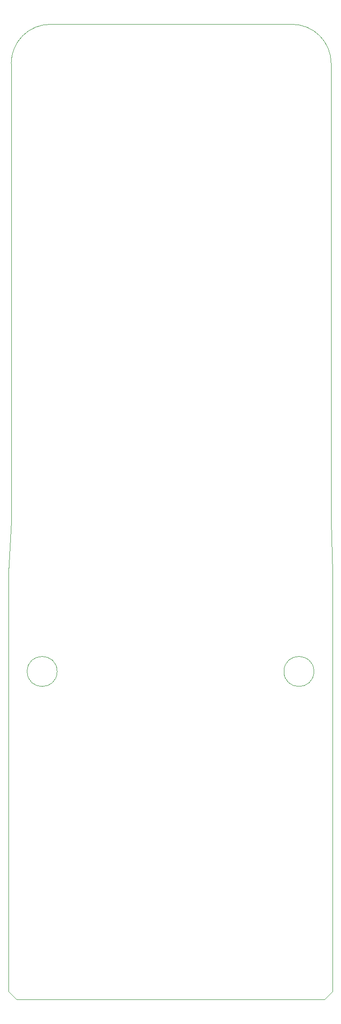
<source format=gm1>
G04 #@! TF.GenerationSoftware,KiCad,Pcbnew,(6.0.4)*
G04 #@! TF.CreationDate,2022-12-31T00:19:43-05:00*
G04 #@! TF.ProjectId,intellivision t-card replic,696e7465-6c6c-4697-9669-73696f6e2074,rev?*
G04 #@! TF.SameCoordinates,Original*
G04 #@! TF.FileFunction,Profile,NP*
%FSLAX46Y46*%
G04 Gerber Fmt 4.6, Leading zero omitted, Abs format (unit mm)*
G04 Created by KiCad (PCBNEW (6.0.4)) date 2022-12-31 00:19:43*
%MOMM*%
%LPD*%
G01*
G04 APERTURE LIST*
G04 #@! TA.AperFunction,Profile*
%ADD10C,0.100000*%
G04 #@! TD*
G04 #@! TA.AperFunction,Profile*
%ADD11C,0.120000*%
G04 #@! TD*
G04 APERTURE END LIST*
D10*
X89394141Y-106820859D02*
X89394141Y-24765000D01*
X147091400Y-115856200D02*
X146825859Y-106820859D01*
X97636960Y-133670000D02*
G75*
G03*
X97636960Y-133670000I-2688300J0D01*
G01*
X96379141Y-17780041D02*
G75*
G03*
X89394141Y-24765000I-41J-6984959D01*
G01*
X143731040Y-133670000D02*
G75*
G03*
X143731040Y-133670000I-2688300J0D01*
G01*
X88900000Y-115856200D02*
X89394141Y-106820859D01*
X88900000Y-183540000D02*
X88900000Y-115856200D01*
X146825859Y-24765000D02*
X146825859Y-106820859D01*
X96379141Y-17780000D02*
X139840859Y-17780000D01*
X147091400Y-183540000D02*
X147091400Y-115856200D01*
X146825900Y-24765000D02*
G75*
G03*
X139840859Y-17780000I-6985000J0D01*
G01*
D11*
X88900000Y-190930000D02*
X88900000Y-183540000D01*
X88900000Y-190930000D02*
X90350000Y-192380000D01*
X145641400Y-192380000D02*
X90350000Y-192380000D01*
X147091400Y-190930000D02*
X147091400Y-183540000D01*
X147091400Y-190930000D02*
X145641400Y-192380000D01*
M02*

</source>
